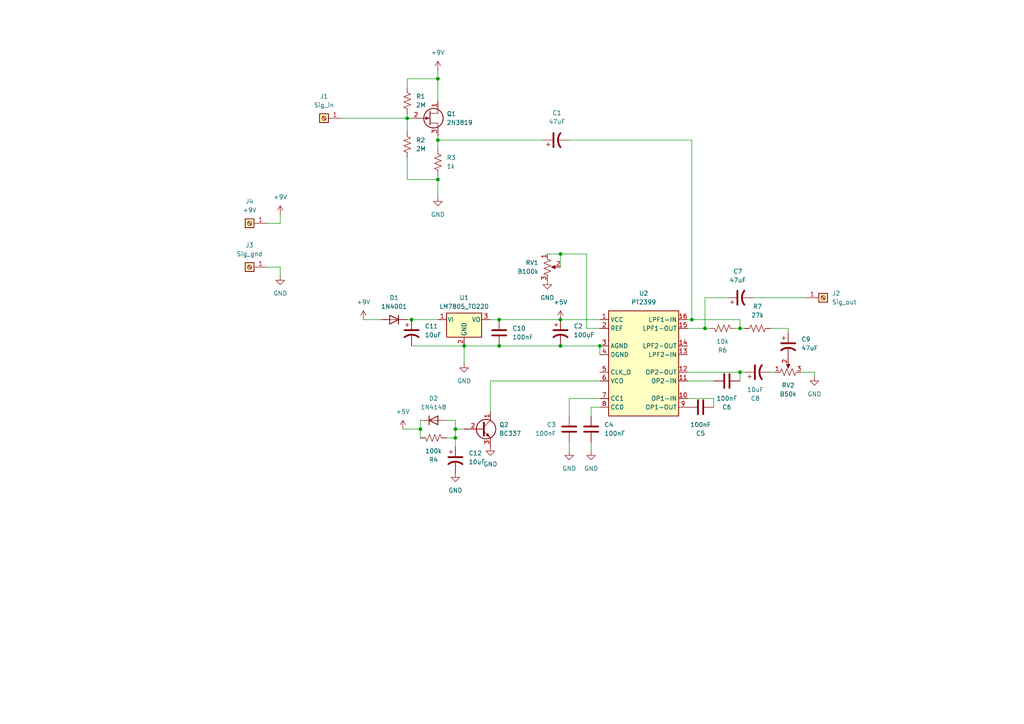
<source format=kicad_sch>
(kicad_sch (version 20231120) (generator "eeschema") (generator_version "8.0")
  (paper "A4")
  (lib_symbols
    (symbol "Audio:PT2399"
      (property "Reference" "U" (at 0 17.78 0))
      (property "Value" "PT2399" (at 0 -17.78 0))
      (symbol "PT2399_0_1"
        (rectangle (start -10.16 15.24) (end 10.16 -15.24) (stroke (width 0.254)) (fill (type background)))
      )
      (symbol "PT2399_1_1"
        (pin power_in line (at -12.7 12.7 0) (length 2.54) (name "VCC") (number "1"))
        (pin input line (at 12.7 -10.16 180) (length 2.54) (name "OP1-IN") (number "10"))
        (pin input line (at 12.7 -5.08 180) (length 2.54) (name "OP2-IN") (number "11"))
        (pin output line (at 12.7 -2.54 180) (length 2.54) (name "OP2-OUT") (number "12"))
        (pin input line (at 12.7 2.54 180) (length 2.54) (name "LPF2-IN") (number "13"))
        (pin output line (at 12.7 5.08 180) (length 2.54) (name "LPF2-OUT") (number "14"))
        (pin output line (at 12.7 10.16 180) (length 2.54) (name "LPF1-OUT") (number "15"))
        (pin input line (at 12.7 12.7 180) (length 2.54) (name "LPF1-IN") (number "16"))
        (pin passive line (at -12.7 10.16 0) (length 2.54) (name "REF") (number "2"))
        (pin power_in line (at -12.7 5.08 0) (length 2.54) (name "AGND") (number "3"))
        (pin power_in line (at -12.7 2.54 0) (length 2.54) (name "DGND") (number "4"))
        (pin passive line (at -12.7 -2.54 0) (length 2.54) (name "CLK_O") (number "5"))
        (pin passive line (at -12.7 -5.08 0) (length 2.54) (name "VCO") (number "6"))
        (pin passive line (at -12.7 -10.16 0) (length 2.54) (name "CC1") (number "7"))
        (pin passive line (at -12.7 -12.7 0) (length 2.54) (name "CC0") (number "8"))
        (pin output line (at 12.7 -12.7 180) (length 2.54) (name "OP1-OUT") (number "9"))
      )
    )
    (symbol "Connector:Screw_Terminal_01x01" (pin_names (offset 1.016) hide)
      (property "Reference" "J" (at 0 2.54 0))
      (property "Value" "Screw_Terminal_01x01" (at 0 -2.54 0))
      (symbol "Screw_Terminal_01x01_1_1"
        (rectangle (start -1.27 1.27) (end 1.27 -1.27) (stroke (width 0.254)) (fill (type background)))
        (polyline (pts (xy -0.5334 0.3302) (xy 0.3302 -0.508)) (stroke (width 0.1524)))
        (polyline (pts (xy -0.3556 0.508) (xy 0.508 -0.3302)) (stroke (width 0.1524)))
        (circle (center 0 0) (radius 0.635) (stroke (width 0.1524)))
        (pin passive line (at -5.08 0 0) (length 3.81) (name "Pin_1") (number "1"))
      )
    )
    (symbol "Device:C" (pin_numbers hide) (pin_names (offset 0.254))
      (property "Reference" "C" (at 0.635 2.54 0))
      (property "Value" "C" (at 0.635 -2.54 0))
      (symbol "C_0_1"
        (polyline (pts (xy -2.032 -0.762) (xy 2.032 -0.762)) (stroke (width 0.508)))
        (polyline (pts (xy -2.032 0.762) (xy 2.032 0.762)) (stroke (width 0.508)))
      )
      (symbol "C_1_1"
        (pin passive line (at 0 3.81 270) (length 2.794) (name "~") (number "1"))
        (pin passive line (at 0 -3.81 90) (length 2.794) (name "~") (number "2"))
      )
    )
    (symbol "Device:C_Polarized_US" (pin_numbers hide) (pin_names (offset 0.254) hide)
      (property "Reference" "C" (at 0.635 2.54 0))
      (property "Value" "C_Polarized_US" (at 0.635 -2.54 0))
      (symbol "C_Polarized_US_0_1"
        (polyline (pts (xy -2.032 0.762) (xy 2.032 0.762)) (stroke (width 0.508)))
        (polyline (pts (xy -1.778 2.286) (xy -0.762 2.286)))
        (polyline (pts (xy -1.27 1.778) (xy -1.27 2.794)))
        (arc (start 2.032 -1.27) (mid 0 -0.5572) (end -2.032 -1.27) (stroke (width 0.508)))
      )
      (symbol "C_Polarized_US_1_1"
        (pin passive line (at 0 3.81 270) (length 2.794) (name "~") (number "1"))
        (pin passive line (at 0 -3.81 90) (length 3.302) (name "~") (number "2"))
      )
    )
    (symbol "Device:R_Potentiometer_US" (pin_names (offset 1.016) hide)
      (property "Reference" "RV" (at -4.445 0 90))
      (property "Value" "R_Potentiometer_US" (at -2.54 0 90))
      (symbol "R_Potentiometer_US_0_1"
        (polyline (pts (xy 0 -2.286) (xy 0 -2.54)))
        (polyline (pts (xy 0 2.54) (xy 0 2.286)))
        (polyline (pts (xy 2.54 0) (xy 1.524 0)))
        (polyline (pts (xy 1.143 0) (xy 2.286 0.508) (xy 2.286 -0.508) (xy 1.143 0)) (fill (type outline)))
        (polyline (pts (xy 0 -0.762) (xy 1.016 -1.143) (xy 0 -1.524) (xy -1.016 -1.905) (xy 0 -2.286)))
        (polyline (pts (xy 0 0.762) (xy 1.016 0.381) (xy 0 0) (xy -1.016 -0.381) (xy 0 -0.762)))
        (polyline (pts (xy 0 2.286) (xy 1.016 1.905) (xy 0 1.524) (xy -1.016 1.143) (xy 0 0.762)))
      )
      (symbol "R_Potentiometer_US_1_1"
        (pin passive line (at 0 3.81 270) (length 1.27) (name "1") (number "1"))
        (pin passive line (at 3.81 0 180) (length 1.27) (name "2") (number "2"))
        (pin passive line (at 0 -3.81 90) (length 1.27) (name "3") (number "3"))
      )
    )
    (symbol "Device:R_US" (pin_numbers hide) (pin_names (offset 0))
      (property "Reference" "R" (at 2.54 0 90))
      (property "Value" "R_US" (at -2.54 0 90))
      (symbol "R_US_0_1"
        (polyline (pts (xy 0 -2.286) (xy 0 -2.54)))
        (polyline (pts (xy 0 2.286) (xy 0 2.54)))
        (polyline (pts (xy 0 -0.762) (xy 1.016 -1.143) (xy 0 -1.524) (xy -1.016 -1.905) (xy 0 -2.286)))
        (polyline (pts (xy 0 0.762) (xy 1.016 0.381) (xy 0 0) (xy -1.016 -0.381) (xy 0 -0.762)))
        (polyline (pts (xy 0 2.286) (xy 1.016 1.905) (xy 0 1.524) (xy -1.016 1.143) (xy 0 0.762)))
      )
      (symbol "R_US_1_1"
        (pin passive line (at 0 3.81 270) (length 1.27) (name "~") (number "1"))
        (pin passive line (at 0 -3.81 90) (length 1.27) (name "~") (number "2"))
      )
    )
    (symbol "Diode:1N4001" (pin_numbers hide) (pin_names hide)
      (property "Reference" "D" (at 0 2.54 0))
      (property "Value" "1N4001" (at 0 -2.54 0))
      (symbol "1N4001_0_1"
        (polyline (pts (xy -1.27 1.27) (xy -1.27 -1.27)) (stroke (width 0.254)))
        (polyline (pts (xy 1.27 0) (xy -1.27 0)))
        (polyline (pts (xy 1.27 1.27) (xy 1.27 -1.27) (xy -1.27 0) (xy 1.27 1.27)) (stroke (width 0.254)))
      )
      (symbol "1N4001_1_1"
        (pin passive line (at -3.81 0 0) (length 2.54) (name "K") (number "1"))
        (pin passive line (at 3.81 0 180) (length 2.54) (name "A") (number "2"))
      )
    )
    (symbol "Diode:1N4148" (pin_numbers hide) (pin_names hide)
      (property "Reference" "D" (at 0 2.54 0))
      (property "Value" "1N4148" (at 0 -2.54 0))
      (symbol "1N4148_0_1"
        (polyline (pts (xy -1.27 1.27) (xy -1.27 -1.27)) (stroke (width 0.254)))
        (polyline (pts (xy 1.27 0) (xy -1.27 0)))
        (polyline (pts (xy 1.27 1.27) (xy 1.27 -1.27) (xy -1.27 0) (xy 1.27 1.27)) (stroke (width 0.254)))
      )
      (symbol "1N4148_1_1"
        (pin passive line (at -3.81 0 0) (length 2.54) (name "K") (number "1"))
        (pin passive line (at 3.81 0 180) (length 2.54) (name "A") (number "2"))
      )
    )
    (symbol "Regulator_Linear:LM7805_TO220" (pin_names (offset 0.254))
      (property "Reference" "U" (at -3.81 3.175 0))
      (property "Value" "LM7805_TO220" (at 0 3.175 0))
      (symbol "LM7805_TO220_0_1"
        (rectangle (start -5.08 1.905) (end 5.08 -5.08) (stroke (width 0.254)) (fill (type background)))
      )
      (symbol "LM7805_TO220_1_1"
        (pin power_in line (at -7.62 0 0) (length 2.54) (name "VI") (number "1"))
        (pin power_in line (at 0 -7.62 90) (length 2.54) (name "GND") (number "2"))
        (pin power_out line (at 7.62 0 180) (length 2.54) (name "VO") (number "3"))
      )
    )
    (symbol "Transistor_BJT:BC337" (pin_names (offset 0) hide)
      (property "Reference" "Q" (at 5.08 1.905 0))
      (property "Value" "BC337" (at 5.08 0 0))
      (symbol "BC337_0_1"
        (polyline (pts (xy 0 0) (xy 0.635 0)))
        (polyline (pts (xy 0.635 0.635) (xy 2.54 2.54)))
        (polyline (pts (xy 0.635 -0.635) (xy 2.54 -2.54) (xy 2.54 -2.54)))
        (polyline (pts (xy 0.635 1.905) (xy 0.635 -1.905) (xy 0.635 -1.905)) (stroke (width 0.508)))
        (polyline (pts (xy 1.27 -1.778) (xy 1.778 -1.27) (xy 2.286 -2.286) (xy 1.27 -1.778) (xy 1.27 -1.778)) (fill (type outline)))
        (circle (center 1.27 0) (radius 2.8194) (stroke (width 0.254)))
      )
      (symbol "BC337_1_1"
        (pin passive line (at 2.54 5.08 270) (length 2.54) (name "C") (number "1"))
        (pin input line (at -5.08 0 0) (length 5.08) (name "B") (number "2"))
        (pin passive line (at 2.54 -5.08 90) (length 2.54) (name "E") (number "3"))
      )
    )
    (symbol "Transistor_FET:2N3819" (pin_names hide)
      (property "Reference" "Q" (at 5.08 1.905 0))
      (property "Value" "2N3819" (at 5.08 0 0))
      (symbol "2N3819_0_1"
        (polyline (pts (xy 0.254 0) (xy -2.54 0)))
        (polyline (pts (xy 0.254 1.905) (xy 0.254 -1.905)) (stroke (width 0.254)))
        (polyline (pts (xy 2.54 -2.54) (xy 2.54 -1.397) (xy 0.254 -1.397)))
        (polyline (pts (xy 2.54 2.54) (xy 2.54 1.397) (xy 0.254 1.397)))
        (polyline (pts (xy 0 0) (xy -1.016 0.381) (xy -1.016 -0.381) (xy 0 0)) (fill (type outline)))
        (circle (center 1.27 0) (radius 2.8194) (stroke (width 0.254)))
      )
      (symbol "2N3819_1_1"
        (pin passive line (at 2.54 5.08 270) (length 2.54) (name "D") (number "1"))
        (pin input line (at -5.08 0 0) (length 2.54) (name "G") (number "2"))
        (pin passive line (at 2.54 -5.08 90) (length 2.54) (name "S") (number "3"))
      )
    )
    (symbol "power:+5V" (power) (pin_numbers hide) (pin_names (offset 0) hide)
      (property "Value" "+5V" (at 0 3.556 0))
      (symbol "+5V_0_1"
        (polyline (pts (xy -0.762 1.27) (xy 0 2.54)))
        (polyline (pts (xy 0 0) (xy 0 2.54)))
        (polyline (pts (xy 0 2.54) (xy 0.762 1.27)))
      )
      (symbol "+5V_1_1"
        (pin power_in line (at 0 0 90) (length 0) (name "~") (number "1"))
      )
    )
    (symbol "power:+9V" (power) (pin_numbers hide) (pin_names (offset 0) hide)
      (property "Value" "+9V" (at 0 3.556 0))
      (symbol "+9V_0_1"
        (polyline (pts (xy -0.762 1.27) (xy 0 2.54)))
        (polyline (pts (xy 0 0) (xy 0 2.54)))
        (polyline (pts (xy 0 2.54) (xy 0.762 1.27)))
      )
      (symbol "+9V_1_1"
        (pin power_in line (at 0 0 90) (length 0) (name "~") (number "1"))
      )
    )
    (symbol "power:GND" (power) (pin_numbers hide) (pin_names (offset 0) hide)
      (property "Value" "GND" (at 0 -3.81 0))
      (symbol "GND_0_1"
        (polyline (pts (xy 0 0) (xy 0 -1.27) (xy 1.27 -1.27) (xy 0 -2.54) (xy -1.27 -1.27) (xy 0 -1.27)))
      )
      (symbol "GND_1_1"
        (pin power_in line (at 0 0 270) (length 0) (name "~") (number "1"))
      )
    )
  )
  (junction (at 162.56 73.66))
  (junction (at 162.56 100.33))
  (junction (at 214.63 107.95))
  (junction (at 119.38 92.71))
  (junction (at 162.56 92.71))
  (junction (at 127 22.86))
  (junction (at 200.66 92.71))
  (junction (at 173.99 100.33))
  (junction (at 118.11 34.29))
  (junction (at 127 40.64))
  (junction (at 134.62 100.33))
  (junction (at 144.78 100.33))
  (junction (at 214.63 95.25))
  (junction (at 204.47 95.25))
  (junction (at 127 52.07))
  (junction (at 132.08 124.46))
  (junction (at 132.08 127))
  (junction (at 121.92 124.46))
  (junction (at 144.78 92.71))
  (wire (pts (xy 199.39 95.25) (xy 204.47 95.25)))
  (wire (pts (xy 118.11 25.4) (xy 118.11 22.86)))
  (wire (pts (xy 118.11 45.72) (xy 118.11 52.07)))
  (wire (pts (xy 158.75 73.66) (xy 162.56 73.66)))
  (wire (pts (xy 162.56 100.33) (xy 173.99 100.33)))
  (wire (pts (xy 132.08 127) (xy 132.08 129.54)))
  (wire (pts (xy 127 50.8) (xy 127 52.07)))
  (wire (pts (xy 119.38 92.71) (xy 118.11 92.71)))
  (wire (pts (xy 118.11 52.07) (xy 127 52.07)))
  (wire (pts (xy 228.6 96.52) (xy 228.6 95.25)))
  (wire (pts (xy 170.18 95.25) (xy 170.18 73.66)))
  (wire (pts (xy 77.47 64.77) (xy 81.28 64.77)))
  (wire (pts (xy 118.11 34.29) (xy 119.38 34.29)))
  (wire (pts (xy 199.39 110.49) (xy 207.01 110.49)))
  (wire (pts (xy 171.45 128.27) (xy 171.45 130.81)))
  (wire (pts (xy 129.54 121.92) (xy 132.08 121.92)))
  (wire (pts (xy 236.22 109.22) (xy 236.22 107.95)))
  (wire (pts (xy 162.56 92.71) (xy 173.99 92.71)))
  (wire (pts (xy 134.62 100.33) (xy 144.78 100.33)))
  (wire (pts (xy 236.22 107.95) (xy 232.41 107.95)))
  (wire (pts (xy 132.08 121.92) (xy 132.08 124.46)))
  (wire (pts (xy 207.01 118.11) (xy 207.01 115.57)))
  (wire (pts (xy 223.52 107.95) (xy 224.79 107.95)))
  (wire (pts (xy 127 39.37) (xy 127 40.64)))
  (wire (pts (xy 121.92 124.46) (xy 121.92 127)))
  (wire (pts (xy 204.47 86.36) (xy 210.82 86.36)))
  (wire (pts (xy 142.24 119.38) (xy 142.24 110.49)))
  (wire (pts (xy 223.52 95.25) (xy 228.6 95.25)))
  (wire (pts (xy 204.47 86.36) (xy 204.47 95.25)))
  (wire (pts (xy 127 92.71) (xy 119.38 92.71)))
  (wire (pts (xy 118.11 33.02) (xy 118.11 34.29)))
  (wire (pts (xy 129.54 127) (xy 132.08 127)))
  (wire (pts (xy 119.38 100.33) (xy 134.62 100.33)))
  (wire (pts (xy 127 52.07) (xy 127 57.15)))
  (wire (pts (xy 162.56 73.66) (xy 162.56 77.47)))
  (wire (pts (xy 99.06 34.29) (xy 118.11 34.29)))
  (wire (pts (xy 127 20.32) (xy 127 22.86)))
  (wire (pts (xy 127 40.64) (xy 157.48 40.64)))
  (wire (pts (xy 214.63 110.49) (xy 214.63 107.95)))
  (wire (pts (xy 207.01 115.57) (xy 199.39 115.57)))
  (wire (pts (xy 142.24 110.49) (xy 173.99 110.49)))
  (wire (pts (xy 199.39 92.71) (xy 200.66 92.71)))
  (wire (pts (xy 170.18 73.66) (xy 162.56 73.66)))
  (wire (pts (xy 165.1 128.27) (xy 165.1 130.81)))
  (wire (pts (xy 214.63 95.25) (xy 215.9 95.25)))
  (wire (pts (xy 173.99 100.33) (xy 173.99 102.87)))
  (wire (pts (xy 200.66 92.71) (xy 214.63 92.71)))
  (wire (pts (xy 218.44 86.36) (xy 233.68 86.36)))
  (wire (pts (xy 81.28 62.23) (xy 81.28 64.77)))
  (wire (pts (xy 173.99 115.57) (xy 165.1 115.57)))
  (wire (pts (xy 134.62 100.33) (xy 134.62 105.41)))
  (wire (pts (xy 118.11 22.86) (xy 127 22.86)))
  (wire (pts (xy 214.63 95.25) (xy 214.63 92.71)))
  (wire (pts (xy 214.63 107.95) (xy 215.9 107.95)))
  (wire (pts (xy 171.45 118.11) (xy 171.45 120.65)))
  (wire (pts (xy 144.78 92.71) (xy 162.56 92.71)))
  (wire (pts (xy 81.28 80.01) (xy 81.28 77.47)))
  (wire (pts (xy 165.1 40.64) (xy 200.66 40.64)))
  (wire (pts (xy 118.11 34.29) (xy 118.11 38.1)))
  (wire (pts (xy 204.47 95.25) (xy 205.74 95.25)))
  (wire (pts (xy 116.84 124.46) (xy 121.92 124.46)))
  (wire (pts (xy 105.41 92.71) (xy 110.49 92.71)))
  (wire (pts (xy 142.24 92.71) (xy 144.78 92.71)))
  (wire (pts (xy 144.78 100.33) (xy 162.56 100.33)))
  (wire (pts (xy 81.28 77.47) (xy 77.47 77.47)))
  (wire (pts (xy 127 22.86) (xy 127 29.21)))
  (wire (pts (xy 132.08 124.46) (xy 134.62 124.46)))
  (wire (pts (xy 200.66 40.64) (xy 200.66 92.71)))
  (wire (pts (xy 127 40.64) (xy 127 43.18)))
  (wire (pts (xy 214.63 107.95) (xy 199.39 107.95)))
  (wire (pts (xy 165.1 115.57) (xy 165.1 120.65)))
  (wire (pts (xy 173.99 95.25) (xy 170.18 95.25)))
  (wire (pts (xy 132.08 127) (xy 132.08 124.46)))
  (wire (pts (xy 213.36 95.25) (xy 214.63 95.25)))
  (wire (pts (xy 121.92 121.92) (xy 121.92 124.46)))
  (wire (pts (xy 173.99 118.11) (xy 171.45 118.11)))
  (symbol (lib_id "power:GND") (at 81.28 80.01 0) (unit 1)
    (property "Reference" "#PWR08" (effects (hide yes)))
    (property "Value" "GND" (at 81.28 85.09 0))
    (property "Description" "Power symbol creates a global label with name \"GND\" , ground" (effects (hide yes)))
  )
  (symbol (lib_id "Connector:Screw_Terminal_01x01") (at 93.98 34.29 180) (unit 1)
    (property "Reference" "J1" (at 93.98 27.94 0))
    (property "Value" "Sig_in" (at 93.98 30.48 0))
    (property "Footprint" "TerminalBlock_MetzConnect:TerminalBlock_MetzConnect_360271_1x01_Horizontal_ScrewM3.0_Boxed" (effects (hide yes)))
    (property "Description" "Generic screw terminal, single row, 01x01, script generated (kicad-library-utils/schlib/autogen/connector/)" (effects (hide yes)))
  )
  (symbol (lib_id "power:GND") (at 134.62 105.41 0) (unit 1)
    (property "Reference" "#PWR04" (effects (hide yes)))
    (property "Value" "GND" (at 134.62 110.49 0))
    (property "Description" "Power symbol creates a global label with name \"GND\" , ground" (effects (hide yes)))
  )
  (symbol (lib_id "Device:C") (at 210.82 110.49 90) (mirror x) (unit 1)
    (property "Reference" "C6" (at 210.82 118.11 90))
    (property "Value" "100nF" (at 210.82 115.57 90))
    (property "Footprint" "Capacitor_THT:C_Disc_D4.3mm_W1.9mm_P5.00mm" (effects (hide yes)))
    (property "Description" "Unpolarized capacitor" (effects (hide yes)))
  )
  (symbol (lib_id "Device:C") (at 165.1 124.46 0) (mirror y) (unit 1)
    (property "Reference" "C3" (at 161.29 123.1899 0) (effects (justify left)))
    (property "Value" "100nF" (at 161.29 125.7299 0) (effects (justify left)))
    (property "Footprint" "Capacitor_THT:C_Disc_D4.3mm_W1.9mm_P5.00mm" (effects (hide yes)))
    (property "Description" "Unpolarized capacitor" (effects (hide yes)))
  )
  (symbol (lib_id "power:GND") (at 142.24 129.54 0) (unit 1)
    (property "Reference" "#PWR014" (effects (hide yes)))
    (property "Value" "GND" (at 142.24 134.62 0))
    (property "Description" "Power symbol creates a global label with name \"GND\" , ground" (effects (hide yes)))
  )
  (symbol (lib_id "Transistor_FET:2N3819") (at 124.46 34.29 0) (unit 1)
    (property "Reference" "Q1" (at 129.54 33.0199 0) (effects (justify left)))
    (property "Value" "2N3819" (at 129.54 35.5599 0) (effects (justify left)))
    (property "Footprint" "Package_TO_SOT_THT:TO-92_Inline_Wide" (effects (hide yes)))
    (property "Datasheet" "https://my.centralsemi.com/datasheets/2N3819.PDF" (effects (hide yes)))
    (property "Description" "20mA Id, 25V Vgs, N-Channel JFET Transistor, TO-92" (effects (hide yes)))
  )
  (symbol (lib_id "Diode:1N4001") (at 114.3 92.71 180) (unit 1)
    (property "Reference" "D1" (at 114.3 86.36 0))
    (property "Value" "1N4001" (at 114.3 88.9 0))
    (property "Footprint" "Diode_THT:D_DO-41_SOD81_P10.16mm_Horizontal" (effects (hide yes)))
    (property "Datasheet" "http://www.vishay.com/docs/88503/1n4001.pdf" (effects (hide yes)))
    (property "Description" "50V 1A General Purpose Rectifier Diode, DO-41" (effects (hide yes)))
    (property "Sim.Device" "D" (effects (hide yes)))
    (property "Sim.Pins" "1=K 2=A" (effects (hide yes)))
  )
  (symbol (lib_id "power:GND") (at 132.08 137.16 0) (unit 1)
    (property "Reference" "#PWR013" (effects (hide yes)))
    (property "Value" "GND" (at 132.08 142.24 0))
    (property "Description" "Power symbol creates a global label with name \"GND\" , ground" (effects (hide yes)))
  )
  (symbol (lib_id "power:+9V") (at 81.28 62.23 0) (unit 1)
    (property "Reference" "#PWR09" (effects (hide yes)))
    (property "Value" "+9V" (at 81.28 57.15 0))
    (property "Description" "Power symbol creates a global label with name \"+9V\"" (effects (hide yes)))
  )
  (symbol (lib_id "Device:C_Polarized_US") (at 161.29 40.64 90) (unit 1)
    (property "Reference" "C1" (at 161.544 32.766 90))
    (property "Value" "47uF" (at 161.544 35.306 90))
    (property "Footprint" "Capacitor_THT:CP_Radial_D5.0mm_P2.00mm" (effects (hide yes)))
    (property "Description" "Polarized capacitor, US symbol" (effects (hide yes)))
  )
  (symbol (lib_id "power:+5V") (at 162.56 92.71 0) (unit 1)
    (property "Reference" "#PWR011" (effects (hide yes)))
    (property "Value" "+5V" (at 162.56 87.63 0))
    (property "Description" "Power symbol creates a global label with name \"+5V\"" (effects (hide yes)))
  )
  (symbol (lib_id "Device:C") (at 171.45 124.46 0) (unit 1)
    (property "Reference" "C4" (at 175.26 123.1899 0) (effects (justify left)))
    (property "Value" "100nF" (at 175.26 125.7299 0) (effects (justify left)))
    (property "Footprint" "Capacitor_THT:C_Disc_D4.3mm_W1.9mm_P5.00mm" (effects (hide yes)))
    (property "Description" "Unpolarized capacitor" (effects (hide yes)))
  )
  (symbol (lib_id "Device:R_Potentiometer_US") (at 158.75 77.47 0) (unit 1)
    (property "Reference" "RV1" (at 156.21 76.1999 0) (effects (justify right)))
    (property "Value" "B100k" (at 156.21 78.7399 0) (effects (justify right)))
    (property "Footprint" "Potentiometer_THT:Potentiometer_Bourns_3266Y_Vertical" (effects (hide yes)))
    (property "Description" "Potentiometer, US symbol" (effects (hide yes)))
  )
  (symbol (lib_id "Device:R_US") (at 125.73 127 270) (mirror x) (unit 1)
    (property "Reference" "R4" (at 125.73 133.35 90))
    (property "Value" "100k" (at 125.73 130.81 90))
    (property "Footprint" "Resistor_THT:R_Axial_DIN0204_L3.6mm_D1.6mm_P5.08mm_Horizontal" (effects (hide yes)))
    (property "Description" "Resistor, US symbol" (effects (hide yes)))
  )
  (symbol (lib_id "Device:R_US") (at 118.11 29.21 0) (unit 1)
    (property "Reference" "R1" (at 120.65 27.9399 0) (effects (justify left)))
    (property "Value" "2M" (at 120.65 30.4799 0) (effects (justify left)))
    (property "Footprint" "Resistor_THT:R_Axial_DIN0207_L6.3mm_D2.5mm_P10.16mm_Horizontal" (effects (hide yes)))
    (property "Description" "Resistor, US symbol" (effects (hide yes)))
  )
  (symbol (lib_id "power:+9V") (at 105.41 92.71 0) (unit 1)
    (property "Reference" "#PWR03" (effects (hide yes)))
    (property "Value" "+9V" (at 105.41 87.63 0))
    (property "Description" "Power symbol creates a global label with name \"+9V\"" (effects (hide yes)))
  )
  (symbol (lib_id "Device:C_Polarized_US") (at 214.63 86.36 90) (unit 1)
    (property "Reference" "C7" (at 213.995 78.74 90))
    (property "Value" "47uF" (at 213.995 81.28 90))
    (property "Footprint" "Capacitor_THT:CP_Radial_D5.0mm_P2.00mm" (effects (hide yes)))
    (property "Description" "Polarized capacitor, US symbol" (effects (hide yes)))
  )
  (symbol (lib_id "power:GND") (at 158.75 81.28 0) (unit 1)
    (property "Reference" "#PWR010" (effects (hide yes)))
    (property "Value" "GND" (at 158.75 86.36 0))
    (property "Description" "Power symbol creates a global label with name \"GND\" , ground" (effects (hide yes)))
  )
  (symbol (lib_id "power:GND") (at 171.45 130.81 0) (unit 1)
    (property "Reference" "#PWR06" (effects (hide yes)))
    (property "Value" "GND" (at 171.45 135.89 0))
    (property "Description" "Power symbol creates a global label with name \"GND\" , ground" (effects (hide yes)))
  )
  (symbol (lib_id "Connector:Screw_Terminal_01x01") (at 72.39 64.77 180) (unit 1)
    (property "Reference" "J4" (at 72.39 58.42 0))
    (property "Value" "+9V" (at 72.39 60.96 0))
    (property "Footprint" "TerminalBlock_MetzConnect:TerminalBlock_MetzConnect_360271_1x01_Horizontal_ScrewM3.0_Boxed" (effects (hide yes)))
    (property "Description" "Generic screw terminal, single row, 01x01, script generated (kicad-library-utils/schlib/autogen/connector/)" (effects (hide yes)))
  )
  (symbol (lib_id "Transistor_BJT:BC337") (at 139.7 124.46 0) (unit 1)
    (property "Reference" "Q2" (at 144.78 123.1899 0) (effects (justify left)))
    (property "Value" "BC337" (at 144.78 125.7299 0) (effects (justify left)))
    (property "Footprint" "Package_TO_SOT_THT:TO-92_Inline" (effects (hide yes)))
    (property "Datasheet" "https://diotec.com/tl_files/diotec/files/pdf/datasheets/bc337.pdf" (effects (hide yes)))
    (property "Description" "0.8A Ic, 45V Vce, NPN Transistor, TO-92" (effects (hide yes)))
  )
  (symbol (lib_id "Device:R_Potentiometer_US") (at 228.6 107.95 90) (unit 1)
    (property "Reference" "RV2" (at 228.6 111.76 90))
    (property "Value" "B50k" (at 228.6 114.3 90))
    (property "Footprint" "Potentiometer_THT:Potentiometer_Bourns_3266Y_Vertical" (effects (hide yes)))
    (property "Description" "Potentiometer, US symbol" (effects (hide yes)))
  )
  (symbol (lib_id "Device:C") (at 203.2 118.11 270) (mirror x) (unit 1)
    (property "Reference" "C5" (at 203.2 125.73 90))
    (property "Value" "100nF" (at 203.2 123.19 90))
    (property "Footprint" "Capacitor_THT:C_Disc_D4.3mm_W1.9mm_P5.00mm" (effects (hide yes)))
    (property "Description" "Unpolarized capacitor" (effects (hide yes)))
  )
  (symbol (lib_id "Device:C_Polarized_US") (at 132.08 133.35 0) (unit 1)
    (property "Reference" "C12" (at 135.89 131.4449 0) (effects (justify left)))
    (property "Value" "10uF" (at 135.89 133.9849 0) (effects (justify left)))
    (property "Footprint" "Capacitor_THT:CP_Radial_D4.0mm_P2.00mm" (effects (hide yes)))
    (property "Description" "Polarized capacitor, US symbol" (effects (hide yes)))
  )
  (symbol (lib_id "Device:R_US") (at 209.55 95.25 90) (mirror x) (unit 1)
    (property "Reference" "R6" (at 209.55 101.6 90))
    (property "Value" "10k" (at 209.55 99.06 90))
    (property "Footprint" "Resistor_THT:R_Axial_DIN0207_L6.3mm_D2.5mm_P10.16mm_Horizontal" (effects (hide yes)))
    (property "Description" "Resistor, US symbol" (effects (hide yes)))
  )
  (symbol (lib_id "Audio:PT2399") (at 186.69 105.41 0) (unit 1)
    (property "Reference" "U2" (at 186.69 85.09 0))
    (property "Value" "PT2399" (at 186.69 87.63 0))
    (property "Footprint" "Package_DIP:DIP-16_W7.62mm" (effects (hide yes)))
    (property "Datasheet" "http://www.princeton.com.tw/Portals/0/Product/PT2399_1.pdf" (effects (hide yes)))
    (property "Description" "Echo Processor IC, DIP-16" (effects (hide yes)))
  )
  (symbol (lib_id "power:GND") (at 165.1 130.81 0) (unit 1)
    (property "Reference" "#PWR05" (effects (hide yes)))
    (property "Value" "GND" (at 165.1 135.89 0))
    (property "Description" "Power symbol creates a global label with name \"GND\" , ground" (effects (hide yes)))
  )
  (symbol (lib_id "power:+5V") (at 116.84 124.46 0) (unit 1)
    (property "Reference" "#PWR012" (effects (hide yes)))
    (property "Value" "+5V" (at 116.84 119.38 0))
    (property "Description" "Power symbol creates a global label with name \"+5V\"" (effects (hide yes)))
  )
  (symbol (lib_id "Device:C_Polarized_US") (at 219.71 107.95 90) (unit 1)
    (property "Reference" "C8" (at 219.075 115.57 90))
    (property "Value" "10uF" (at 219.075 113.03 90))
    (property "Footprint" "Capacitor_THT:CP_Radial_D4.0mm_P1.50mm" (effects (hide yes)))
    (property "Description" "Polarized capacitor, US symbol" (effects (hide yes)))
  )
  (symbol (lib_id "power:GND") (at 236.22 109.22 0) (unit 1)
    (property "Reference" "#PWR07" (effects (hide yes)))
    (property "Value" "GND" (at 236.22 114.3 0))
    (property "Description" "Power symbol creates a global label with name \"GND\" , ground" (effects (hide yes)))
  )
  (symbol (lib_id "power:+9V") (at 127 20.32 0) (unit 1)
    (property "Reference" "#PWR01" (effects (hide yes)))
    (property "Value" "+9V" (at 127 15.24 0))
    (property "Description" "Power symbol creates a global label with name \"+9V\"" (effects (hide yes)))
  )
  (symbol (lib_id "Connector:Screw_Terminal_01x01") (at 238.76 86.36 0) (unit 1)
    (property "Reference" "J2" (at 241.3 85.0899 0) (effects (justify left)))
    (property "Value" "Sig_out" (at 241.3 87.6299 0) (effects (justify left)))
    (property "Footprint" "TerminalBlock_MetzConnect:TerminalBlock_MetzConnect_360271_1x01_Horizontal_ScrewM3.0_Boxed" (effects (hide yes)))
    (property "Description" "Generic screw terminal, single row, 01x01, script generated (kicad-library-utils/schlib/autogen/connector/)" (effects (hide yes)))
  )
  (symbol (lib_id "Device:R_US") (at 118.11 41.91 0) (unit 1)
    (property "Reference" "R2" (at 120.65 40.6399 0) (effects (justify left)))
    (property "Value" "2M" (at 120.65 43.1799 0) (effects (justify left)))
    (property "Footprint" "Resistor_THT:R_Axial_DIN0207_L6.3mm_D2.5mm_P10.16mm_Horizontal" (effects (hide yes)))
    (property "Description" "Resistor, US symbol" (effects (hide yes)))
  )
  (symbol (lib_id "Diode:1N4148") (at 125.73 121.92 0) (unit 1)
    (property "Reference" "D2" (at 125.73 115.57 0))
    (property "Value" "1N4148" (at 125.73 118.11 0))
    (property "Footprint" "Diode_THT:D_DO-35_SOD27_P7.62mm_Horizontal" (effects (hide yes)))
    (property "Datasheet" "https://assets.nexperia.com/documents/data-sheet/1N4148_1N4448.pdf" (effects (hide yes)))
    (property "Description" "100V 0.15A standard switching diode, DO-35" (effects (hide yes)))
    (property "Sim.Device" "D" (effects (hide yes)))
    (property "Sim.Pins" "1=K 2=A" (effects (hide yes)))
  )
  (symbol (lib_id "Device:C") (at 144.78 96.52 0) (unit 1)
    (property "Reference" "C10" (at 148.59 95.2499 0) (effects (justify left)))
    (property "Value" "100nF" (at 148.59 97.7899 0) (effects (justify left)))
    (property "Footprint" "Capacitor_THT:C_Disc_D3.0mm_W1.6mm_P2.50mm" (effects (hide yes)))
    (property "Description" "Unpolarized capacitor" (effects (hide yes)))
  )
  (symbol (lib_id "Regulator_Linear:LM7805_TO220") (at 134.62 92.71 0) (unit 1)
    (property "Reference" "U1" (at 134.62 86.36 0))
    (property "Value" "LM7805_TO220" (at 134.62 88.9 0))
    (property "Footprint" "Package_TO_SOT_THT:TO-220-3_Vertical" (effects (hide yes)))
    (property "Datasheet" "https://www.onsemi.cn/PowerSolutions/document/MC7800-D.PDF" (effects (hide yes)))
    (property "Description" "Positive 1A 35V Linear Regulator, Fixed Output 5V, TO-220" (effects (hide yes)))
  )
  (symbol (lib_id "Device:R_US") (at 127 46.99 0) (unit 1)
    (property "Reference" "R3" (at 129.54 45.7199 0) (effects (justify left)))
    (property "Value" "1k" (at 129.54 48.2599 0) (effects (justify left)))
    (property "Footprint" "Resistor_THT:R_Axial_DIN0207_L6.3mm_D2.5mm_P10.16mm_Horizontal" (effects (hide yes)))
    (property "Description" "Resistor, US symbol" (effects (hide yes)))
  )
  (symbol (lib_id "Device:C_Polarized_US") (at 119.38 96.52 0) (unit 1)
    (property "Reference" "C11" (at 123.19 94.6149 0) (effects (justify left)))
    (property "Value" "10uF" (at 123.19 97.1549 0) (effects (justify left)))
    (property "Footprint" "Capacitor_THT:CP_Radial_D5.0mm_P2.00mm" (effects (hide yes)))
    (property "Description" "Polarized capacitor, US symbol" (effects (hide yes)))
  )
  (symbol (lib_id "Device:C_Polarized_US") (at 162.56 96.52 0) (unit 1)
    (property "Reference" "C2" (at 166.37 94.6149 0) (effects (justify left)))
    (property "Value" "100uF" (at 166.37 97.1549 0) (effects (justify left)))
    (property "Footprint" "Capacitor_THT:CP_Radial_D5.0mm_P2.50mm" (effects (hide yes)))
    (property "Description" "Polarized capacitor, US symbol" (effects (hide yes)))
  )
  (symbol (lib_id "Connector:Screw_Terminal_01x01") (at 72.39 77.47 180) (unit 1)
    (property "Reference" "J3" (at 72.39 71.12 0))
    (property "Value" "Sig_gnd" (at 72.39 73.66 0))
    (property "Footprint" "TerminalBlock_MetzConnect:TerminalBlock_MetzConnect_360271_1x01_Horizontal_ScrewM3.0_Boxed" (effects (hide yes)))
    (property "Description" "Generic screw terminal, single row, 01x01, script generated (kicad-library-utils/schlib/autogen/connector/)" (effects (hide yes)))
  )
  (symbol (lib_id "power:GND") (at 127 57.15 0) (unit 1)
    (property "Reference" "#PWR02" (effects (hide yes)))
    (property "Value" "GND" (at 127 62.23 0))
    (property "Description" "Power symbol creates a global label with name \"GND\" , ground" (effects (hide yes)))
  )
  (symbol (lib_id "Device:C_Polarized_US") (at 228.6 100.33 0) (unit 1)
    (property "Reference" "C9" (at 232.41 98.4249 0) (effects (justify left)))
    (property "Value" "47uF" (at 232.41 100.9649 0) (effects (justify left)))
    (property "Footprint" "Capacitor_THT:CP_Radial_D5.0mm_P2.00mm" (effects (hide yes)))
    (property "Description" "Polarized capacitor, US symbol" (effects (hide yes)))
  )
  (symbol (lib_id "Device:R_US") (at 219.71 95.25 90) (unit 1)
    (property "Reference" "R7" (at 219.71 88.9 90))
    (property "Value" "27k" (at 219.71 91.44 90))
    (property "Footprint" "Resistor_THT:R_Axial_DIN0207_L6.3mm_D2.5mm_P10.16mm_Horizontal" (effects (hide yes)))
    (property "Description" "Resistor, US symbol" (effects (hide yes)))
  )
)
</source>
